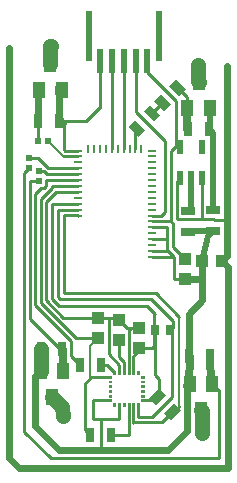
<source format=gbr>
G04 EAGLE Gerber RS-274X export*
G75*
%MOMM*%
%FSLAX34Y34*%
%LPD*%
%INTop Copper*%
%IPPOS*%
%AMOC8*
5,1,8,0,0,1.08239X$1,22.5*%
G01*
%ADD10R,1.000000X1.100000*%
%ADD11R,1.100000X1.000000*%
%ADD12R,0.550000X1.200000*%
%ADD13R,0.600000X2.000000*%
%ADD14R,0.600000X4.200000*%
%ADD15R,0.700000X0.254000*%
%ADD16R,0.254000X0.700000*%
%ADD17R,1.000000X1.400000*%
%ADD18R,0.800000X1.200000*%
%ADD19R,0.600000X0.540000*%
%ADD20R,0.540000X0.600000*%
%ADD21C,0.055000*%
%ADD22R,1.200000X0.800000*%
%ADD23R,0.700000X0.900000*%
%ADD24C,0.508000*%
%ADD25C,0.635000*%
%ADD26C,1.270000*%
%ADD27C,0.254000*%
%ADD28C,0.609600*%
%ADD29C,0.203200*%


D10*
X112522Y205096D03*
X112522Y188096D03*
D11*
X143628Y203200D03*
X126628Y203200D03*
D12*
X108102Y273257D03*
X117602Y273257D03*
X127102Y273257D03*
X127102Y299259D03*
X108102Y299259D03*
D13*
X60626Y372110D03*
X70626Y372110D03*
X80626Y372110D03*
X50626Y372110D03*
X40626Y372110D03*
D14*
X30786Y393110D03*
X90626Y393110D03*
D15*
X84582Y206502D03*
X84582Y211502D03*
X84582Y216502D03*
X84582Y221502D03*
X84582Y226502D03*
X84582Y231502D03*
X84582Y236502D03*
X84582Y241502D03*
X84582Y246502D03*
X84582Y251502D03*
X84582Y256502D03*
X84582Y261502D03*
X84582Y266502D03*
X84582Y271502D03*
X84582Y276502D03*
X84582Y281502D03*
X84582Y286502D03*
X84582Y291502D03*
X84582Y296502D03*
D16*
X75556Y297878D03*
X70556Y297878D03*
X65556Y297878D03*
X60556Y297878D03*
X55556Y297878D03*
X50556Y297878D03*
X45556Y297878D03*
X40556Y297878D03*
X35556Y297878D03*
X30556Y297878D03*
D15*
X21530Y296502D03*
X21530Y291502D03*
X21530Y286502D03*
X21530Y281502D03*
X21530Y276502D03*
X21530Y271502D03*
X21530Y266502D03*
X21530Y261502D03*
X21530Y256502D03*
X21530Y251502D03*
X21530Y246502D03*
X21530Y241502D03*
D17*
X-1524Y369648D03*
X7976Y347648D03*
X-11024Y347648D03*
D18*
X5952Y321818D03*
X-12048Y321818D03*
D17*
X123952Y354916D03*
X133452Y332916D03*
X114452Y332916D03*
D18*
X132698Y314706D03*
X114698Y314706D03*
D17*
X0Y88060D03*
X-9500Y110060D03*
X9500Y110060D03*
D18*
X-9508Y128270D03*
X8492Y128270D03*
D17*
X125984Y76884D03*
X116484Y98884D03*
X135484Y98884D03*
D18*
X115714Y122174D03*
X133714Y122174D03*
D19*
X-19558Y290304D03*
X-19558Y281704D03*
D20*
X-3574Y304292D03*
X-12174Y304292D03*
D19*
X-11430Y279128D03*
X-11430Y270528D03*
D21*
X75263Y85821D02*
X77709Y85821D01*
X77709Y84171D01*
X75263Y84171D01*
X75263Y85821D01*
X75263Y84693D02*
X77709Y84693D01*
X77709Y85215D02*
X75263Y85215D01*
X75263Y85737D02*
X77709Y85737D01*
X77709Y89821D02*
X75263Y89821D01*
X77709Y89821D02*
X77709Y88171D01*
X75263Y88171D01*
X75263Y89821D01*
X75263Y88693D02*
X77709Y88693D01*
X77709Y89215D02*
X75263Y89215D01*
X75263Y89737D02*
X77709Y89737D01*
X77709Y93821D02*
X75263Y93821D01*
X77709Y93821D02*
X77709Y92171D01*
X75263Y92171D01*
X75263Y93821D01*
X75263Y92693D02*
X77709Y92693D01*
X77709Y93215D02*
X75263Y93215D01*
X75263Y93737D02*
X77709Y93737D01*
X77709Y97821D02*
X75263Y97821D01*
X77709Y97821D02*
X77709Y96171D01*
X75263Y96171D01*
X75263Y97821D01*
X75263Y96693D02*
X77709Y96693D01*
X77709Y97215D02*
X75263Y97215D01*
X75263Y97737D02*
X77709Y97737D01*
X77709Y101821D02*
X75263Y101821D01*
X77709Y101821D02*
X77709Y100171D01*
X75263Y100171D01*
X75263Y101821D01*
X75263Y100693D02*
X77709Y100693D01*
X77709Y101215D02*
X75263Y101215D01*
X75263Y101737D02*
X77709Y101737D01*
X77709Y105821D02*
X75263Y105821D01*
X77709Y105821D02*
X77709Y104171D01*
X75263Y104171D01*
X75263Y105821D01*
X75263Y104693D02*
X77709Y104693D01*
X77709Y105215D02*
X75263Y105215D01*
X75263Y105737D02*
X77709Y105737D01*
X71913Y107521D02*
X71913Y109967D01*
X73563Y109967D01*
X73563Y107521D01*
X71913Y107521D01*
X71913Y108043D02*
X73563Y108043D01*
X73563Y108565D02*
X71913Y108565D01*
X71913Y109087D02*
X73563Y109087D01*
X73563Y109609D02*
X71913Y109609D01*
X67913Y109967D02*
X67913Y107521D01*
X67913Y109967D02*
X69563Y109967D01*
X69563Y107521D01*
X67913Y107521D01*
X67913Y108043D02*
X69563Y108043D01*
X69563Y108565D02*
X67913Y108565D01*
X67913Y109087D02*
X69563Y109087D01*
X69563Y109609D02*
X67913Y109609D01*
X63913Y109967D02*
X63913Y107521D01*
X63913Y109967D02*
X65563Y109967D01*
X65563Y107521D01*
X63913Y107521D01*
X63913Y108043D02*
X65563Y108043D01*
X65563Y108565D02*
X63913Y108565D01*
X63913Y109087D02*
X65563Y109087D01*
X65563Y109609D02*
X63913Y109609D01*
X59913Y109967D02*
X59913Y107521D01*
X59913Y109967D02*
X61563Y109967D01*
X61563Y107521D01*
X59913Y107521D01*
X59913Y108043D02*
X61563Y108043D01*
X61563Y108565D02*
X59913Y108565D01*
X59913Y109087D02*
X61563Y109087D01*
X61563Y109609D02*
X59913Y109609D01*
X55913Y109967D02*
X55913Y107521D01*
X55913Y109967D02*
X57563Y109967D01*
X57563Y107521D01*
X55913Y107521D01*
X55913Y108043D02*
X57563Y108043D01*
X57563Y108565D02*
X55913Y108565D01*
X55913Y109087D02*
X57563Y109087D01*
X57563Y109609D02*
X55913Y109609D01*
X51913Y109967D02*
X51913Y107521D01*
X51913Y109967D02*
X53563Y109967D01*
X53563Y107521D01*
X51913Y107521D01*
X51913Y108043D02*
X53563Y108043D01*
X53563Y108565D02*
X51913Y108565D01*
X51913Y109087D02*
X53563Y109087D01*
X53563Y109609D02*
X51913Y109609D01*
X50213Y104171D02*
X47767Y104171D01*
X47767Y105821D01*
X50213Y105821D01*
X50213Y104171D01*
X50213Y104693D02*
X47767Y104693D01*
X47767Y105215D02*
X50213Y105215D01*
X50213Y105737D02*
X47767Y105737D01*
X47767Y100171D02*
X50213Y100171D01*
X47767Y100171D02*
X47767Y101821D01*
X50213Y101821D01*
X50213Y100171D01*
X50213Y100693D02*
X47767Y100693D01*
X47767Y101215D02*
X50213Y101215D01*
X50213Y101737D02*
X47767Y101737D01*
X47767Y96171D02*
X50213Y96171D01*
X47767Y96171D02*
X47767Y97821D01*
X50213Y97821D01*
X50213Y96171D01*
X50213Y96693D02*
X47767Y96693D01*
X47767Y97215D02*
X50213Y97215D01*
X50213Y97737D02*
X47767Y97737D01*
X47767Y92171D02*
X50213Y92171D01*
X47767Y92171D02*
X47767Y93821D01*
X50213Y93821D01*
X50213Y92171D01*
X50213Y92693D02*
X47767Y92693D01*
X47767Y93215D02*
X50213Y93215D01*
X50213Y93737D02*
X47767Y93737D01*
X47767Y88171D02*
X50213Y88171D01*
X47767Y88171D02*
X47767Y89821D01*
X50213Y89821D01*
X50213Y88171D01*
X50213Y88693D02*
X47767Y88693D01*
X47767Y89215D02*
X50213Y89215D01*
X50213Y89737D02*
X47767Y89737D01*
X47767Y84171D02*
X50213Y84171D01*
X47767Y84171D02*
X47767Y85821D01*
X50213Y85821D01*
X50213Y84171D01*
X50213Y84693D02*
X47767Y84693D01*
X47767Y85215D02*
X50213Y85215D01*
X50213Y85737D02*
X47767Y85737D01*
X53563Y82471D02*
X53563Y80025D01*
X51913Y80025D01*
X51913Y82471D01*
X53563Y82471D01*
X53563Y80547D02*
X51913Y80547D01*
X51913Y81069D02*
X53563Y81069D01*
X53563Y81591D02*
X51913Y81591D01*
X51913Y82113D02*
X53563Y82113D01*
X57563Y82471D02*
X57563Y80025D01*
X55913Y80025D01*
X55913Y82471D01*
X57563Y82471D01*
X57563Y80547D02*
X55913Y80547D01*
X55913Y81069D02*
X57563Y81069D01*
X57563Y81591D02*
X55913Y81591D01*
X55913Y82113D02*
X57563Y82113D01*
X61563Y82471D02*
X61563Y80025D01*
X59913Y80025D01*
X59913Y82471D01*
X61563Y82471D01*
X61563Y80547D02*
X59913Y80547D01*
X59913Y81069D02*
X61563Y81069D01*
X61563Y81591D02*
X59913Y81591D01*
X59913Y82113D02*
X61563Y82113D01*
X65563Y82471D02*
X65563Y80025D01*
X63913Y80025D01*
X63913Y82471D01*
X65563Y82471D01*
X65563Y80547D02*
X63913Y80547D01*
X63913Y81069D02*
X65563Y81069D01*
X65563Y81591D02*
X63913Y81591D01*
X63913Y82113D02*
X65563Y82113D01*
X69563Y82471D02*
X69563Y80025D01*
X67913Y80025D01*
X67913Y82471D01*
X69563Y82471D01*
X69563Y80547D02*
X67913Y80547D01*
X67913Y81069D02*
X69563Y81069D01*
X69563Y81591D02*
X67913Y81591D01*
X67913Y82113D02*
X69563Y82113D01*
X73563Y82471D02*
X73563Y80025D01*
X71913Y80025D01*
X71913Y82471D01*
X73563Y82471D01*
X73563Y80547D02*
X71913Y80547D01*
X71913Y81069D02*
X73563Y81069D01*
X73563Y81591D02*
X71913Y81591D01*
X71913Y82113D02*
X73563Y82113D01*
D10*
X73914Y129422D03*
X73914Y146422D03*
X56388Y136280D03*
X56388Y153280D03*
X39116Y138058D03*
X39116Y155058D03*
D22*
X115062Y227728D03*
X115062Y245728D03*
X136144Y228490D03*
X136144Y246490D03*
D18*
G36*
X103282Y82495D02*
X108939Y76838D01*
X100454Y68353D01*
X94797Y74010D01*
X103282Y82495D01*
G37*
G36*
X90554Y95223D02*
X96211Y89566D01*
X87726Y81081D01*
X82069Y86738D01*
X90554Y95223D01*
G37*
X41258Y115062D03*
X23258Y115062D03*
D23*
X86972Y144272D03*
X99972Y144272D03*
D18*
X50148Y55626D03*
X32148Y55626D03*
G36*
X78939Y314040D02*
X73282Y308383D01*
X64797Y316868D01*
X70454Y322525D01*
X78939Y314040D01*
G37*
G36*
X91667Y326768D02*
X86010Y321111D01*
X77525Y329596D01*
X83182Y335253D01*
X91667Y326768D01*
G37*
G36*
X100275Y335884D02*
X94618Y330227D01*
X86133Y338712D01*
X91790Y344369D01*
X100275Y335884D01*
G37*
G36*
X113003Y348612D02*
X107346Y342955D01*
X98861Y351440D01*
X104518Y357097D01*
X113003Y348612D01*
G37*
D24*
X-9508Y128891D02*
X-9508Y128270D01*
D25*
X-9906Y128668D01*
D26*
X-9508Y110068D02*
X-9500Y110060D01*
X-9508Y110068D02*
X-9508Y128270D01*
D27*
X102870Y188096D02*
X112522Y188096D01*
X10354Y297325D02*
X10354Y319024D01*
D25*
X116484Y98884D02*
X114436Y96836D01*
X116479Y121409D02*
X115714Y122174D01*
X116479Y121409D02*
X116233Y99135D01*
X116484Y98884D01*
X5952Y321818D02*
X6896Y322762D01*
D27*
X5952Y321818D02*
X5001Y321818D01*
D28*
X5182Y345532D02*
X5182Y350442D01*
X7976Y347648D01*
X5952Y345624D02*
X5952Y321818D01*
X5952Y345624D02*
X7976Y347648D01*
X-9500Y110060D02*
X-14224Y105336D01*
X-14224Y62992D01*
X5842Y42926D01*
X114436Y59064D02*
X114436Y96836D01*
X43688Y42926D02*
X5842Y42926D01*
X41402Y42926D02*
X98298Y42926D01*
X114436Y59064D01*
D24*
X115824Y228490D02*
X136144Y228490D01*
X115824Y228490D02*
X115062Y227728D01*
X112522Y188096D02*
X112776Y187842D01*
D27*
X103124Y206502D02*
X84582Y206502D01*
X102870Y206502D02*
X102870Y188096D01*
X102870Y206502D02*
X97870Y211502D01*
D24*
X10354Y319024D02*
X7560Y321818D01*
X5952Y321818D01*
D27*
X84582Y231502D02*
X97536Y231502D01*
X97536Y221600D02*
X97456Y221600D01*
X86204Y221600D01*
X84582Y221502D01*
X97456Y211502D02*
X97870Y211502D01*
X97456Y211502D02*
X84582Y211502D01*
X97456Y211502D02*
X97456Y221600D01*
X112522Y188840D02*
X112522Y188096D01*
X48990Y84996D02*
X34892Y84996D01*
X34798Y85090D01*
X34290Y84582D01*
X34290Y69088D01*
X41402Y68834D02*
X56738Y68834D01*
X41402Y69088D02*
X34290Y69088D01*
X56738Y68834D02*
X56738Y81248D01*
X41402Y69088D02*
X41402Y68834D01*
X41402Y42926D01*
X97536Y221600D02*
X97536Y231502D01*
D24*
X131857Y224203D02*
X136144Y228490D01*
X131857Y224203D02*
X126628Y203200D01*
D28*
X115714Y158386D02*
X115714Y122174D01*
X115714Y158386D02*
X127000Y169672D01*
X127000Y187842D01*
X127000Y202828D01*
X126628Y203200D01*
X127000Y187842D02*
X112776Y187842D01*
D27*
X40640Y372096D02*
X40626Y372110D01*
X40640Y372096D02*
X40640Y333756D01*
X40640Y332292D01*
X21530Y296502D02*
X11177Y296502D01*
X10354Y297325D01*
X5952Y321818D02*
X28702Y321818D01*
X40640Y333756D01*
X137008Y238150D02*
X137008Y237896D01*
X126594Y272749D02*
X127102Y273257D01*
X126594Y272749D02*
X126594Y238150D01*
X105664Y238150D01*
X126340Y238150D02*
X137008Y238150D01*
X105664Y270819D02*
X108102Y273257D01*
X105664Y270819D02*
X105664Y238150D01*
D28*
X147828Y237896D02*
X147828Y367792D01*
D27*
X147828Y237896D02*
X137008Y237896D01*
D28*
X143628Y203200D02*
X148590Y198238D01*
X148590Y27839D01*
X143628Y203200D02*
X147828Y207400D01*
X147828Y237896D01*
X148590Y27839D02*
X-27686Y27839D01*
X-36322Y36475D01*
X-36322Y383540D01*
D27*
X86145Y241463D02*
X92467Y241438D01*
X86145Y241463D02*
X84582Y241502D01*
X95747Y244718D02*
X95747Y304292D01*
X95747Y244718D02*
X92467Y241438D01*
X70866Y371870D02*
X70626Y372110D01*
X70866Y329173D02*
X95747Y304292D01*
X70866Y329173D02*
X70866Y371870D01*
X60626Y372110D02*
X60556Y372040D01*
X60556Y297878D01*
X50302Y371786D02*
X50626Y372110D01*
X50556Y372040D01*
X50556Y297878D01*
D26*
X-1524Y369648D02*
X-1524Y385311D01*
X-1270Y385318D01*
D28*
X-11024Y347648D02*
X-12048Y346624D01*
X-12048Y321818D01*
D27*
X-12174Y321692D01*
X-12174Y304292D01*
D26*
X123818Y355045D02*
X123952Y354916D01*
X123818Y355045D02*
X123698Y368808D01*
D25*
X9500Y127262D02*
X9500Y110060D01*
X9500Y127262D02*
X8492Y128270D01*
D27*
X6460Y128270D01*
X-18992Y153722D01*
X-18992Y270528D02*
X-11430Y270528D01*
X-18992Y270528D02*
X-18992Y153722D01*
D25*
X0Y88060D02*
X0Y84754D01*
D26*
X8693Y79367D02*
X8890Y71374D01*
X8693Y79367D02*
X0Y88060D01*
D27*
X133714Y122174D02*
X133530Y124591D01*
D25*
X134695Y99673D02*
X135484Y98884D01*
X134695Y99673D02*
X133941Y121947D01*
X133714Y122174D01*
D27*
X-23683Y277579D02*
X-19558Y281704D01*
X-23683Y277579D02*
X-23683Y58481D01*
X-1016Y35814D01*
X140970Y35814D01*
X140970Y93398D01*
X135484Y98884D01*
D26*
X125984Y76884D02*
X127000Y75868D01*
X127000Y57404D01*
D27*
X70556Y297878D02*
X70556Y313126D01*
X70612Y313182D01*
X-2812Y303530D02*
X-3574Y304292D01*
D29*
X9216Y291502D01*
D27*
X21530Y291502D01*
X84597Y236487D02*
X100836Y236465D01*
X84597Y236487D02*
X84582Y236502D01*
X102710Y234536D02*
X102737Y234563D01*
X104648Y300275D02*
X104648Y331470D01*
X100584Y296211D02*
X100584Y236157D01*
X103632Y299259D02*
X104648Y300275D01*
X103632Y299259D02*
X100584Y296211D01*
X100836Y236465D02*
X102737Y234563D01*
X102710Y234536D02*
X102710Y214908D01*
X112522Y205096D01*
X108102Y299259D02*
X103632Y299259D01*
X80626Y362858D02*
X80626Y372110D01*
X80626Y362858D02*
X104902Y338582D01*
X104902Y331724D01*
X104648Y331470D01*
X73598Y129738D02*
X73914Y129422D01*
D29*
X89248Y84996D02*
X89408Y84836D01*
D27*
X68738Y108744D02*
X68738Y122078D01*
X5849Y165082D02*
X196Y170735D01*
X196Y251460D01*
X21488Y251460D02*
X21530Y251502D01*
X21488Y251460D02*
X196Y251460D01*
X76486Y84996D02*
X85984Y84996D01*
X89140Y88152D01*
X90152Y101836D02*
X90152Y103124D01*
X90152Y101836D02*
X90660Y101328D01*
X90660Y89672D01*
X89140Y88152D01*
X90152Y103124D02*
X86972Y106304D01*
X86972Y144272D01*
X86868Y158496D02*
X80282Y165082D01*
X86868Y158496D02*
X86210Y157838D01*
X80282Y165082D02*
X5849Y165082D01*
X86210Y157838D02*
X86210Y130810D01*
X86972Y131572D02*
X86972Y144272D01*
X86972Y131572D02*
X86210Y130810D01*
X84822Y129422D01*
X73914Y129422D01*
X73914Y127254D02*
X68738Y122078D01*
X73914Y127254D02*
X73914Y129422D01*
X60738Y117634D02*
X60738Y108744D01*
X60738Y117634D02*
X56388Y121984D01*
X56388Y136280D01*
X68738Y81248D02*
X68676Y66198D01*
D29*
X107206Y79843D02*
X107206Y155869D01*
D27*
X87561Y175514D01*
X9906Y175514D01*
X9906Y241536D01*
X21496Y241536D01*
X21530Y241502D01*
X101868Y75424D02*
X92720Y66276D01*
X102787Y75424D02*
X107206Y79843D01*
X102787Y75424D02*
X101868Y75424D01*
X68754Y66276D02*
X68676Y66198D01*
X68754Y66276D02*
X92720Y66276D01*
D24*
X115062Y245728D02*
X117348Y248014D01*
X117348Y273003D02*
X117602Y273257D01*
X117348Y273003D02*
X117348Y248014D01*
D27*
X-3292Y281658D02*
X-11938Y290304D01*
X-19558Y290304D01*
X21374Y281658D02*
X21530Y281502D01*
X21374Y281658D02*
X-3292Y281658D01*
D25*
X114452Y314952D02*
X114452Y332916D01*
X114452Y314952D02*
X114698Y314706D01*
D27*
X114452Y341506D02*
X105932Y350026D01*
X114452Y341506D02*
X114452Y332916D01*
D24*
X136144Y311260D02*
X136144Y246490D01*
X136144Y311260D02*
X132698Y314706D01*
X133452Y315460D02*
X133452Y332916D01*
X133452Y315460D02*
X132698Y314706D01*
D27*
X48990Y104996D02*
X33274Y104996D01*
D29*
X32258Y104996D01*
X32258Y131200D02*
X39116Y138058D01*
X32258Y131200D02*
X32258Y104996D01*
D27*
X39116Y138058D02*
X19890Y138058D01*
X-9812Y167760D02*
X-9812Y255260D01*
X-9812Y167760D02*
X19890Y138058D01*
X21530Y266502D02*
X-434Y266502D01*
X-520Y266416D02*
X-520Y264552D01*
X-520Y266416D02*
X-434Y266502D01*
X-520Y264552D02*
X-9812Y255260D01*
X31863Y55626D02*
X32148Y55626D01*
X31863Y55626D02*
X27414Y60075D01*
X27414Y99136D01*
X33274Y104996D01*
X46420Y115062D02*
X52738Y108744D01*
X46420Y115062D02*
X41258Y115062D01*
X23258Y115062D02*
X15995Y122325D01*
X-14402Y165859D02*
X-14402Y259842D01*
X15995Y135462D02*
X15995Y122325D01*
X15995Y135462D02*
X-14402Y165859D01*
X-14402Y259842D02*
X-9736Y264508D01*
X-7055Y264508D01*
X-5110Y266453D01*
X-5110Y271404D01*
X21432Y271404D02*
X21530Y271502D01*
X21432Y271404D02*
X-5110Y271404D01*
X-7112Y278874D02*
X-11176Y278874D01*
X-11430Y279128D01*
D29*
X21450Y276582D02*
X21530Y276502D01*
D27*
X-7253Y279128D02*
X-11430Y279128D01*
X-7253Y279128D02*
X-4529Y276404D01*
X21432Y276404D02*
X21530Y276502D01*
X21432Y276404D02*
X-4529Y276404D01*
X72738Y81248D02*
X72738Y70612D01*
X84441Y70612D01*
X101854Y88025D01*
X6734Y170688D02*
X4786Y172636D01*
X4786Y246380D01*
X21408Y246380D01*
X21530Y246502D01*
X101854Y142390D02*
X101854Y88025D01*
X101854Y142390D02*
X99972Y144272D01*
X102362Y146662D01*
X102362Y152400D01*
X102257Y152295D02*
X83864Y170688D01*
X6734Y170688D01*
X64738Y144494D02*
X64738Y108744D01*
X66666Y146422D02*
X73914Y146422D01*
X66666Y146422D02*
X64738Y144494D01*
X63246Y146422D02*
X73914Y146422D01*
X63246Y146422D02*
X56388Y153280D01*
X54610Y155058D01*
X47752Y155058D01*
X39116Y155058D01*
X56738Y115220D02*
X56738Y108744D01*
X56738Y115220D02*
X47752Y124206D01*
X47752Y155058D01*
X39116Y155058D02*
X9382Y155058D01*
X-5156Y169596D01*
X-5156Y252662D01*
X3684Y261502D02*
X21530Y261502D01*
X3684Y261502D02*
X-5156Y252662D01*
X64738Y81248D02*
X64738Y55404D01*
X64770Y55626D02*
X50148Y55626D01*
X84596Y328182D02*
X93204Y336790D01*
X93204Y337298D01*
M02*

</source>
